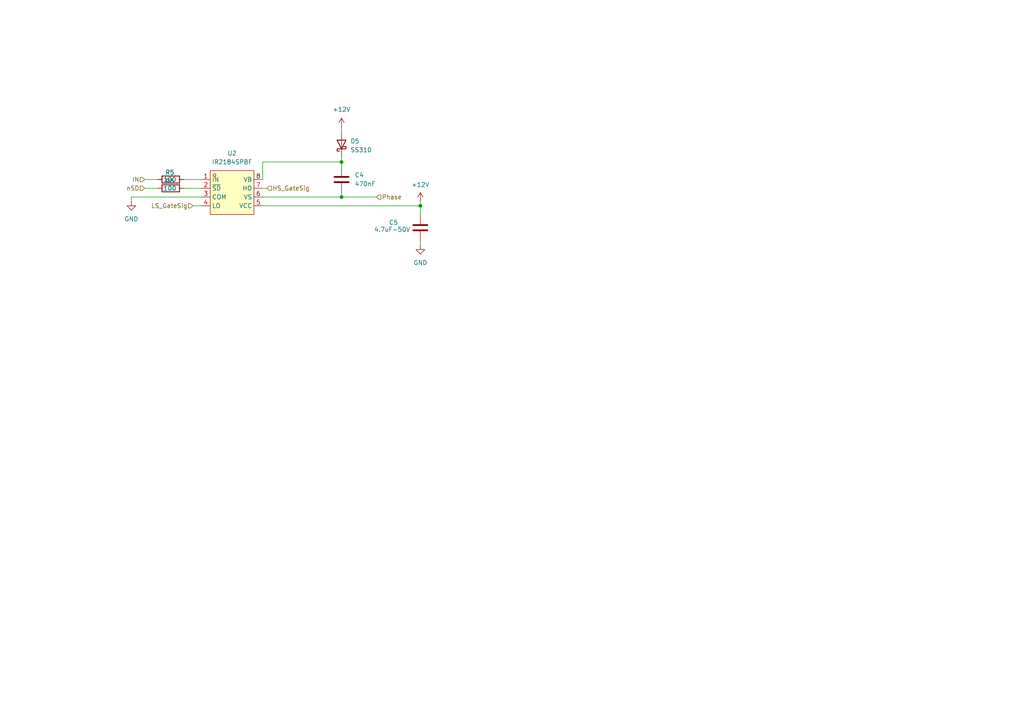
<source format=kicad_sch>
(kicad_sch (version 20250114) (generator "eeschema") (generator_version "9.0")
  (paper "A4")
  (lib_symbols
    (symbol "Device:C" (pin_numbers (hide yes)) (pin_names (offset 0.254))
      (property "Reference" "C" (at 0.635 2.54 0))
      (property "Value" "C" (at 0.635 -2.54 0))
      (symbol "C_0_1"
        (polyline (pts (xy -2.032 0.762) (xy 2.032 0.762)) (stroke (width 0.508)))
        (polyline (pts (xy -2.032 -0.762) (xy 2.032 -0.762)) (stroke (width 0.508)))
      )
      (symbol "C_1_1"
        (pin passive line (at 0 3.81 270) (length 2.794) (name "~") (number "1"))
        (pin passive line (at 0 -3.81 90) (length 2.794) (name "~") (number "2"))
      )
    )
    (symbol "Device:D_Schottky" (pin_numbers (hide yes)) (pin_names (offset 1.016) (hide yes))
      (property "Reference" "D" (at 0 2.54 0))
      (property "Value" "D_Schottky" (at 0 -2.54 0))
      (symbol "D_Schottky_0_1"
        (polyline (pts (xy -1.905 0.635) (xy -1.905 1.27) (xy -1.27 1.27) (xy -1.27 -1.27) (xy -0.635 -1.27) (xy -0.635 -0.635)) (stroke (width 0.254)))
        (polyline (pts (xy 1.27 1.27) (xy 1.27 -1.27) (xy -1.27 0) (xy 1.27 1.27)) (stroke (width 0.254)))
        (polyline (pts (xy 1.27 0) (xy -1.27 0)))
      )
      (symbol "D_Schottky_1_1"
        (pin passive line (at -3.81 0 0) (length 2.54) (name "K") (number "1"))
        (pin passive line (at 3.81 0 180) (length 2.54) (name "A") (number "2"))
      )
    )
    (symbol "Device:R" (pin_numbers (hide yes)) (pin_names (offset 0))
      (property "Reference" "R" (at 2.032 0 90))
      (property "Value" "R" (at 0 0 90))
      (symbol "R_0_1"
        (rectangle (start -1.016 -2.54) (end 1.016 2.54) (stroke (width 0.254)))
      )
      (symbol "R_1_1"
        (pin passive line (at 0 3.81 270) (length 1.27) (name "~") (number "1"))
        (pin passive line (at 0 -3.81 90) (length 1.27) (name "~") (number "2"))
      )
    )
    (symbol "EasyEDA:IR2184SPBF"
      (property "Reference" "U" (at 0 8.89 0))
      (property "Value" "IR2184SPBF" (at 0 -8.89 0))
      (symbol "IR2184SPBF_0_1"
        (rectangle (start -6.35 6.35) (end 6.35 -6.35) (fill (type background)))
        (circle (center -5.08 5.08) (radius 0.38))
        (pin unspecified line (at -8.89 3.81 0) (length 2.54) (name "IN") (number "1"))
        (pin unspecified line (at -8.89 1.27 0) (length 2.54) (name "~{SD}") (number "2"))
        (pin unspecified line (at -8.89 -1.27 0) (length 2.54) (name "COM") (number "3"))
        (pin unspecified line (at -8.89 -3.81 0) (length 2.54) (name "LO") (number "4"))
        (pin unspecified line (at 8.89 3.81 180) (length 2.54) (name "VB") (number "8"))
        (pin unspecified line (at 8.89 1.27 180) (length 2.54) (name "HO") (number "7"))
        (pin unspecified line (at 8.89 -1.27 180) (length 2.54) (name "VS") (number "6"))
        (pin unspecified line (at 8.89 -3.81 180) (length 2.54) (name "VCC") (number "5"))
      )
    )
    (symbol "power:+12V" (power) (pin_numbers (hide yes)) (pin_names (offset 0) (hide yes))
      (property "Value" "+12V" (at 0 3.556 0))
      (symbol "+12V_0_1"
        (polyline (pts (xy -0.762 1.27) (xy 0 2.54)))
        (polyline (pts (xy 0 2.54) (xy 0.762 1.27)))
        (polyline (pts (xy 0 0) (xy 0 2.54)))
      )
      (symbol "+12V_1_1"
        (pin power_in line (at 0 0 90) (length 0) (name "~") (number "1"))
      )
    )
    (symbol "power:GND" (power) (pin_numbers (hide yes)) (pin_names (offset 0) (hide yes))
      (property "Value" "GND" (at 0 -3.81 0))
      (symbol "GND_0_1"
        (polyline (pts (xy 0 0) (xy 0 -1.27) (xy 1.27 -1.27) (xy 0 -2.54) (xy -1.27 -1.27) (xy 0 -1.27)))
      )
      (symbol "GND_1_1"
        (pin power_in line (at 0 0 270) (length 0) (name "~") (number "1"))
      )
    )
  )
  (junction (at 121.92 59.69))
  (junction (at 99.06 57.15))
  (junction (at 99.06 46.99))
  (wire (pts (xy 121.92 58.42) (xy 121.92 59.69)))
  (wire (pts (xy 76.2 59.69) (xy 121.92 59.69)))
  (wire (pts (xy 99.06 48.26) (xy 99.06 46.99)))
  (wire (pts (xy 53.34 52.07) (xy 58.42 52.07)))
  (wire (pts (xy 76.2 54.61) (xy 77.47 54.61)))
  (wire (pts (xy 55.88 59.69) (xy 58.42 59.69)))
  (wire (pts (xy 99.06 46.99) (xy 76.2 46.99)))
  (wire (pts (xy 76.2 46.99) (xy 76.2 52.07)))
  (wire (pts (xy 99.06 55.88) (xy 99.06 57.15)))
  (wire (pts (xy 53.34 54.61) (xy 58.42 54.61)))
  (wire (pts (xy 99.06 57.15) (xy 109.22 57.15)))
  (wire (pts (xy 38.1 57.15) (xy 58.42 57.15)))
  (wire (pts (xy 99.06 45.72) (xy 99.06 46.99)))
  (wire (pts (xy 76.2 57.15) (xy 99.06 57.15)))
  (wire (pts (xy 121.92 69.85) (xy 121.92 71.12)))
  (wire (pts (xy 121.92 59.69) (xy 121.92 62.23)))
  (wire (pts (xy 41.91 54.61) (xy 45.72 54.61)))
  (wire (pts (xy 38.1 57.15) (xy 38.1 58.42)))
  (wire (pts (xy 99.06 36.83) (xy 99.06 38.1)))
  (wire (pts (xy 41.91 52.07) (xy 45.72 52.07)))
  (hierarchical_label "Phase" (shape input) (at 109.22 57.15 0))
  (hierarchical_label "LS_GateSig" (shape input) (at 55.88 59.69 180))
  (hierarchical_label "IN" (shape input) (at 41.91 52.07 180))
  (hierarchical_label "HS_GateSig" (shape input) (at 77.47 54.61 0))
  (hierarchical_label "nSD" (shape input) (at 41.91 54.61 180))
  (symbol (lib_id "Device:R") (at 49.53 54.61 90) (unit 1)
    (property "Reference" "R4" (at 49.276 52.578 90))
    (property "Value" "100" (at 49.276 54.61 90))
    (property "Footprint" "Resistor_SMD:R_1206_3216Metric" (effects (hide yes)))
    (property "Description" "Resistor" (effects (hide yes)))
    (instances (project "PowerModule" (path "" (reference "R6") (unit 1)) (path "" (reference "R8") (unit 1)) (path "" (reference "R4") (unit 1))))
  )
  (symbol (lib_id "power:+12V") (at 121.92 58.42 0) (unit 1)
    (property "Reference" "#PWR021" (effects (hide yes)))
    (property "Value" "+12V" (at 121.92 53.594 0))
    (property "Description" "Power symbol creates a global label with name \"+12V\"" (effects (hide yes)))
    (instances (project "PowerModule" (path "" (reference "#PWR025") (unit 1)) (path "" (reference "#PWR029") (unit 1)) (path "" (reference "#PWR021") (unit 1))))
  )
  (symbol (lib_id "Device:C") (at 121.92 66.04 0) (unit 1)
    (property "Reference" "C3" (at 112.776 64.516 0) (effects (justify left)))
    (property "Value" "4.7uF-50V" (at 108.458 66.548 0) (effects (justify left)))
    (property "Footprint" "Capacitor_SMD:C_1206_3216Metric" (effects (hide yes)))
    (property "Description" "Unpolarized capacitor" (effects (hide yes)))
    (instances (project "PowerModule" (path "" (reference "C5") (unit 1)) (path "" (reference "C7") (unit 1)) (path "" (reference "C3") (unit 1))))
  )
  (symbol (lib_id "power:GND") (at 121.92 71.12 0) (unit 1)
    (property "Reference" "#PWR022" (effects (hide yes)))
    (property "Value" "GND" (at 121.92 76.2 0))
    (property "Description" "Power symbol creates a global label with name \"GND\" , ground" (effects (hide yes)))
    (instances (project "PowerModule" (path "" (reference "#PWR026") (unit 1)) (path "" (reference "#PWR030") (unit 1)) (path "" (reference "#PWR022") (unit 1))))
  )
  (symbol (lib_id "power:+12V") (at 99.06 36.83 0) (unit 1)
    (property "Reference" "#PWR020" (effects (hide yes)))
    (property "Value" "+12V" (at 99.06 31.75 0))
    (property "Description" "Power symbol creates a global label with name \"+12V\"" (effects (hide yes)))
    (instances (project "PowerModule" (path "" (reference "#PWR024") (unit 1)) (path "" (reference "#PWR028") (unit 1)) (path "" (reference "#PWR020") (unit 1))))
  )
  (symbol (lib_id "power:GND") (at 38.1 58.42 0) (unit 1)
    (property "Reference" "#PWR019" (effects (hide yes)))
    (property "Value" "GND" (at 38.1 63.5 0))
    (property "Description" "Power symbol creates a global label with name \"GND\" , ground" (effects (hide yes)))
    (instances (project "PowerModule" (path "" (reference "#PWR023") (unit 1)) (path "" (reference "#PWR027") (unit 1)) (path "" (reference "#PWR019") (unit 1))))
  )
  (symbol (lib_id "EasyEDA:IR2184SPBF") (at 67.31 55.88 0) (unit 1)
    (property "Reference" "U1" (at 67.31 44.45 0))
    (property "Value" "IR2184SPBF" (at 67.31 46.99 0))
    (property "Footprint" "EasyEDA:SOIC-8_L5.0-W4.0-P1.27-LS6.0-BL" (effects (hide yes)))
    (property "Datasheet" "https://lcsc.com/product-detail/MOS-Drivers_Infineon-Technologies-IR2184SPBF_C537610.html" (effects (hide yes)))
    (property "LCSC Part" "C537610" (effects (hide yes)))
    (instances (project "PowerModule" (path "" (reference "U2") (unit 1)) (path "" (reference "U3") (unit 1)) (path "" (reference "U1") (unit 1))))
  )
  (symbol (lib_id "Device:D_Schottky") (at 99.06 41.91 90) (unit 1)
    (property "Reference" "D4" (at 101.6 40.9574 90) (effects (justify right)))
    (property "Value" "SS310" (at 101.6 43.4974 90) (effects (justify right)))
    (property "Footprint" "Diode_SMD:D_SMC-RM10_Universal_Handsoldering" (effects (hide yes)))
    (property "Description" "Schottky diode" (effects (hide yes)))
    (instances (project "PowerModule" (path "" (reference "D5") (unit 1)) (path "" (reference "D6") (unit 1)) (path "" (reference "D4") (unit 1))))
  )
  (symbol (lib_id "Device:C") (at 99.06 52.07 0) (unit 1)
    (property "Reference" "C2" (at 102.87 50.7999 0) (effects (justify left)))
    (property "Value" "470nF" (at 102.87 53.3399 0) (effects (justify left)))
    (property "Footprint" "Capacitor_THT:C_Rect_L9.0mm_W5.1mm_P7.50mm_MKT" (effects (hide yes)))
    (property "Description" "Unpolarized capacitor" (effects (hide yes)))
    (instances (project "PowerModule" (path "" (reference "C4") (unit 1)) (path "" (reference "C6") (unit 1)) (path "" (reference "C2") (unit 1))))
  )
  (symbol (lib_id "Device:R") (at 49.53 52.07 90) (unit 1)
    (property "Reference" "R3" (at 49.276 50.038 90))
    (property "Value" "100" (at 49.276 52.07 90))
    (property "Footprint" "Resistor_SMD:R_1206_3216Metric" (effects (hide yes)))
    (property "Description" "Resistor" (effects (hide yes)))
    (instances (project "PowerModule" (path "" (reference "R5") (unit 1)) (path "" (reference "R7") (unit 1)) (path "" (reference "R3") (unit 1))))
  )
)
</source>
